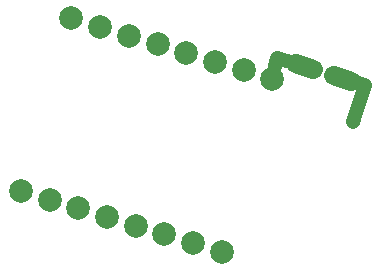
<source format=gbr>
%FSLAX34Y34*%
%MOMM*%
%LNCOPPER_TOP*%
G71*
G01*
%ADD10C,2.000*%
%ADD11C,1.200*%
%ADD12C,1.600*%
%LPD*%
X101789Y236408D02*
G54D10*
D03*
X126105Y229067D02*
G54D10*
D03*
X150421Y221725D02*
G54D10*
D03*
X199053Y207042D02*
G54D10*
D03*
X223368Y199701D02*
G54D10*
D03*
X247685Y192360D02*
G54D10*
D03*
X272000Y185018D02*
G54D10*
D03*
X174737Y214384D02*
G54D10*
D03*
X59016Y90134D02*
G54D10*
D03*
X83332Y82792D02*
G54D10*
D03*
X107647Y75451D02*
G54D10*
D03*
X156279Y60768D02*
G54D10*
D03*
X180595Y53426D02*
G54D10*
D03*
X204911Y46085D02*
G54D10*
D03*
X229227Y38744D02*
G54D10*
D03*
X131963Y68110D02*
G54D10*
D03*
G54D11*
X299000Y196000D02*
X276000Y203000D01*
X272000Y185018D01*
G54D11*
X331000Y186000D02*
X350000Y180000D01*
X340103Y148325D01*
G54D12*
X291350Y198339D02*
X306650Y193661D01*
G54D12*
X323350Y188339D02*
X338650Y183661D01*
M02*

</source>
